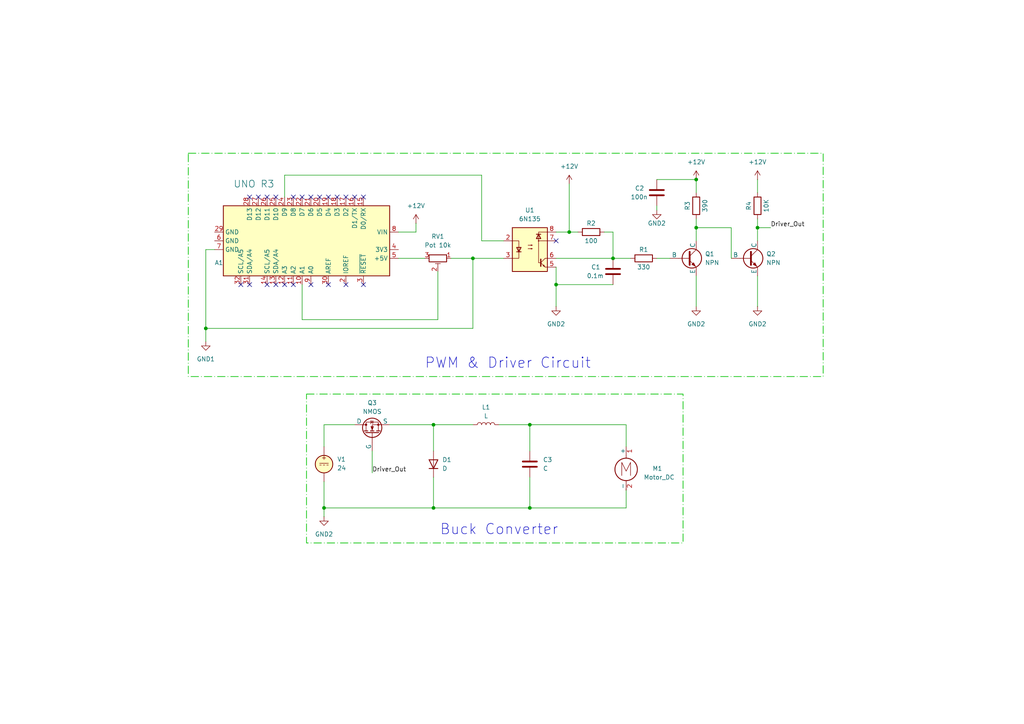
<source format=kicad_sch>
(kicad_sch (version 20231120) (generator "eeschema") (generator_version "8.0")
  (paper "A4")
  (lib_symbols
    (symbol "Device:C" (pin_numbers hide) (pin_names (offset 0.254))
      (property "Reference" "C" (at 0.635 2.54 0))
      (property "Value" "C" (at 0.635 -2.54 0))
      (symbol "C_0_1"
        (polyline (pts (xy -2.032 -0.762) (xy 2.032 -0.762)) (stroke (width 0.508)))
        (polyline (pts (xy -2.032 0.762) (xy 2.032 0.762)) (stroke (width 0.508)))
      )
      (symbol "C_1_1"
        (pin passive line (at 0 3.81 270) (length 2.794) (name "~") (number "1"))
        (pin passive line (at 0 -3.81 90) (length 2.794) (name "~") (number "2"))
      )
    )
    (symbol "Device:D" (pin_numbers hide) (pin_names (offset 1.016) hide)
      (property "Reference" "D" (at 0 2.54 0))
      (property "Value" "D" (at 0 -2.54 0))
      (symbol "D_0_1"
        (polyline (pts (xy -1.27 1.27) (xy -1.27 -1.27)) (stroke (width 0.254)))
        (polyline (pts (xy 1.27 0) (xy -1.27 0)))
        (polyline (pts (xy 1.27 1.27) (xy 1.27 -1.27) (xy -1.27 0) (xy 1.27 1.27)) (stroke (width 0.254)))
      )
      (symbol "D_1_1"
        (pin passive line (at -3.81 0 0) (length 2.54) (name "K") (number "1"))
        (pin passive line (at 3.81 0 180) (length 2.54) (name "A") (number "2"))
      )
    )
    (symbol "Device:L" (pin_numbers hide) (pin_names (offset 1.016) hide)
      (property "Reference" "L" (at -1.27 0 90))
      (property "Value" "L" (at 1.905 0 90))
      (symbol "L_0_1"
        (arc (start 0 -2.54) (mid 0.6323 -1.905) (end 0 -1.27))
        (arc (start 0 -1.27) (mid 0.6323 -0.635) (end 0 0))
        (arc (start 0 0) (mid 0.6323 0.635) (end 0 1.27))
        (arc (start 0 1.27) (mid 0.6323 1.905) (end 0 2.54))
      )
      (symbol "L_1_1"
        (pin passive line (at 0 3.81 270) (length 1.27) (name "1") (number "1"))
        (pin passive line (at 0 -3.81 90) (length 1.27) (name "2") (number "2"))
      )
    )
    (symbol "Device:R" (pin_numbers hide) (pin_names (offset 0))
      (property "Reference" "R" (at 2.032 0 90))
      (property "Value" "R" (at 0 0 90))
      (symbol "R_0_1"
        (rectangle (start -1.016 -2.54) (end 1.016 2.54) (stroke (width 0.254)))
      )
      (symbol "R_1_1"
        (pin passive line (at 0 3.81 270) (length 1.27) (name "~") (number "1"))
        (pin passive line (at 0 -3.81 90) (length 1.27) (name "~") (number "2"))
      )
    )
    (symbol "Device:R_Potentiometer_Trim" (pin_names (offset 1.016) hide)
      (property "Reference" "RV" (at -4.445 0 90))
      (property "Value" "R_Potentiometer_Trim" (at -2.54 0 90))
      (symbol "R_Potentiometer_Trim_0_1"
        (polyline (pts (xy 1.524 0.762) (xy 1.524 -0.762)))
        (polyline (pts (xy 2.54 0) (xy 1.524 0)))
        (rectangle (start 1.016 2.54) (end -1.016 -2.54) (stroke (width 0.254)))
      )
      (symbol "R_Potentiometer_Trim_1_1"
        (pin passive line (at 0 3.81 270) (length 1.27) (name "1") (number "1"))
        (pin passive line (at 3.81 0 180) (length 1.27) (name "2") (number "2"))
        (pin passive line (at 0 -3.81 90) (length 1.27) (name "3") (number "3"))
      )
    )
    (symbol "Isolator:6N135" (pin_names (offset 1.016))
      (property "Reference" "U" (at -5.08 7.62 0))
      (property "Value" "6N135" (at 0 7.62 0))
      (symbol "6N135_0_1"
        (rectangle (start -5.08 6.35) (end 5.08 -6.35) (stroke (width 0.254)) (fill (type background)))
        (polyline (pts (xy -3.81 -0.635) (xy -2.54 -0.635)) (stroke (width 0.254)))
        (polyline (pts (xy 1.905 4.445) (xy 3.175 4.445)) (stroke (width 0.254)))
        (polyline (pts (xy 3.175 -2.794) (xy 3.175 -4.826)) (stroke (width 0.3556)))
        (polyline (pts (xy 3.302 -3.937) (xy 4.445 -5.08)))
        (polyline (pts (xy 3.302 -3.683) (xy 4.445 -2.54)))
        (polyline (pts (xy 5.08 -5.08) (xy 4.445 -5.08)))
        (polyline (pts (xy 5.08 -2.54) (xy 4.445 -2.54)))
        (polyline (pts (xy 5.08 2.54) (xy 2.54 2.54)))
        (polyline (pts (xy -5.08 2.54) (xy -3.175 2.54) (xy -3.175 -2.54) (xy -5.08 -2.54)))
        (polyline (pts (xy -3.175 -0.635) (xy -3.81 0.635) (xy -2.54 0.635) (xy -3.175 -0.635)) (stroke (width 0.254)))
        (polyline (pts (xy 2.54 4.445) (xy 1.905 3.175) (xy 3.175 3.175) (xy 2.54 4.445)) (stroke (width 0.254)))
        (polyline (pts (xy 4.318 -4.953) (xy 4.064 -4.445) (xy 3.81 -4.699) (xy 4.318 -4.953)))
        (polyline (pts (xy 5.08 5.08) (xy 2.54 5.08) (xy 2.54 -3.81) (xy 3.175 -3.81)))
        (polyline (pts (xy -0.508 0.254) (xy 0.762 0.254) (xy 0.381 0.127) (xy 0.381 0.381) (xy 0.762 0.254)))
        (polyline (pts (xy -0.508 1.27) (xy 0.762 1.27) (xy 0.381 1.143) (xy 0.381 1.397) (xy 0.762 1.27)))
        (circle (center 2.54 2.54) (radius 0.127))
      )
      (symbol "6N135_1_1"
        (pin no_connect line (at -5.08 5.08 0) (length 2.54) hide (name "NC") (number "1"))
        (pin passive line (at -7.62 2.54 0) (length 2.54) (name "~") (number "2"))
        (pin passive line (at -7.62 -2.54 0) (length 2.54) (name "~") (number "3"))
        (pin no_connect line (at -5.08 -5.08 0) (length 2.54) hide (name "NC") (number "4"))
        (pin passive line (at 7.62 -5.08 180) (length 2.54) (name "~") (number "5"))
        (pin passive line (at 7.62 -2.54 180) (length 2.54) (name "~") (number "6"))
        (pin passive line (at 7.62 2.54 180) (length 2.54) (name "~") (number "7"))
        (pin passive line (at 7.62 5.08 180) (length 2.54) (name "~") (number "8"))
      )
    )
    (symbol "MCU_Module:Arduino_UNO_R3"
      (property "Reference" "A" (at -10.16 23.495 0))
      (property "Value" "Arduino_UNO_R3" (at 5.08 -26.67 0))
      (symbol "Arduino_UNO_R3_0_1"
        (rectangle (start -10.16 22.86) (end 10.16 -25.4) (stroke (width 0.254)) (fill (type background)))
      )
      (symbol "Arduino_UNO_R3_1_1"
        (pin no_connect line (at -10.16 -20.32 0) (length 2.54) hide (name "NC") (number "1"))
        (pin bidirectional line (at 12.7 -2.54 180) (length 2.54) (name "A1") (number "10"))
        (pin bidirectional line (at 12.7 -5.08 180) (length 2.54) (name "A2") (number "11"))
        (pin bidirectional line (at 12.7 -7.62 180) (length 2.54) (name "A3") (number "12"))
        (pin bidirectional line (at 12.7 -10.16 180) (length 2.54) (name "SDA/A4") (number "13"))
        (pin bidirectional line (at 12.7 -12.7 180) (length 2.54) (name "SCL/A5") (number "14"))
        (pin bidirectional line (at -12.7 15.24 0) (length 2.54) (name "D0/RX") (number "15"))
        (pin bidirectional line (at -12.7 12.7 0) (length 2.54) (name "D1/TX") (number "16"))
        (pin bidirectional line (at -12.7 10.16 0) (length 2.54) (name "D2") (number "17"))
        (pin bidirectional line (at -12.7 7.62 0) (length 2.54) (name "D3") (number "18"))
        (pin bidirectional line (at -12.7 5.08 0) (length 2.54) (name "D4") (number "19"))
        (pin output line (at 12.7 10.16 180) (length 2.54) (name "IOREF") (number "2"))
        (pin bidirectional line (at -12.7 2.54 0) (length 2.54) (name "D5") (number "20"))
        (pin bidirectional line (at -12.7 0 0) (length 2.54) (name "D6") (number "21"))
        (pin bidirectional line (at -12.7 -2.54 0) (length 2.54) (name "D7") (number "22"))
        (pin bidirectional line (at -12.7 -5.08 0) (length 2.54) (name "D8") (number "23"))
        (pin bidirectional line (at -12.7 -7.62 0) (length 2.54) (name "D9") (number "24"))
        (pin bidirectional line (at -12.7 -10.16 0) (length 2.54) (name "D10") (number "25"))
        (pin bidirectional line (at -12.7 -12.7 0) (length 2.54) (name "D11") (number "26"))
        (pin bidirectional line (at -12.7 -15.24 0) (length 2.54) (name "D12") (number "27"))
        (pin bidirectional line (at -12.7 -17.78 0) (length 2.54) (name "D13") (number "28"))
        (pin power_in line (at -2.54 -27.94 90) (length 2.54) (name "GND") (number "29"))
        (pin input line (at 12.7 15.24 180) (length 2.54) (name "~{RESET}") (number "3"))
        (pin input line (at 12.7 5.08 180) (length 2.54) (name "AREF") (number "30"))
        (pin bidirectional line (at 12.7 -17.78 180) (length 2.54) (name "SDA/A4") (number "31"))
        (pin bidirectional line (at 12.7 -20.32 180) (length 2.54) (name "SCL/A5") (number "32"))
        (pin power_out line (at 2.54 25.4 270) (length 2.54) (name "3V3") (number "4"))
        (pin power_out line (at 5.08 25.4 270) (length 2.54) (name "+5V") (number "5"))
        (pin power_in line (at 0 -27.94 90) (length 2.54) (name "GND") (number "6"))
        (pin power_in line (at 2.54 -27.94 90) (length 2.54) (name "GND") (number "7"))
        (pin power_in line (at -2.54 25.4 270) (length 2.54) (name "VIN") (number "8"))
        (pin bidirectional line (at 12.7 0 180) (length 2.54) (name "A0") (number "9"))
      )
    )
    (symbol "Motor:Motor_DC" (pin_names (offset 0))
      (property "Reference" "M" (at 2.54 2.54 0))
      (property "Value" "Motor_DC" (at 2.54 -5.08 0))
      (symbol "Motor_DC_0_0"
        (polyline (pts (xy -1.27 -3.302) (xy -1.27 0.508) (xy 0 -2.032) (xy 1.27 0.508) (xy 1.27 -3.302)))
      )
      (symbol "Motor_DC_0_1"
        (circle (center 0 -1.524) (radius 3.2512) (stroke (width 0.254)))
        (polyline (pts (xy 0 -7.62) (xy 0 -7.112)))
        (polyline (pts (xy 0 -4.7752) (xy 0 -5.1816)))
        (polyline (pts (xy 0 1.7272) (xy 0 2.0828)))
        (polyline (pts (xy 0 2.032) (xy 0 2.54)))
      )
      (symbol "Motor_DC_1_1"
        (pin passive line (at 0 5.08 270) (length 2.54) (name "+") (number "1"))
        (pin passive line (at 0 -7.62 90) (length 2.54) (name "-") (number "2"))
      )
    )
    (symbol "Simulation_SPICE:NMOS" (pin_numbers hide) (pin_names (offset 0))
      (property "Reference" "Q" (at 5.08 1.27 0))
      (property "Value" "NMOS" (at 5.08 -1.27 0))
      (symbol "NMOS_0_1"
        (polyline (pts (xy 0.254 0) (xy -2.54 0)))
        (polyline (pts (xy 0.254 1.905) (xy 0.254 -1.905)) (stroke (width 0.254)))
        (polyline (pts (xy 0.762 -1.27) (xy 0.762 -2.286)) (stroke (width 0.254)))
        (polyline (pts (xy 0.762 0.508) (xy 0.762 -0.508)) (stroke (width 0.254)))
        (polyline (pts (xy 0.762 2.286) (xy 0.762 1.27)) (stroke (width 0.254)))
        (polyline (pts (xy 2.54 2.54) (xy 2.54 1.778)))
        (polyline (pts (xy 2.54 -2.54) (xy 2.54 0) (xy 0.762 0)))
        (polyline (pts (xy 0.762 -1.778) (xy 3.302 -1.778) (xy 3.302 1.778) (xy 0.762 1.778)))
        (polyline (pts (xy 1.016 0) (xy 2.032 0.381) (xy 2.032 -0.381) (xy 1.016 0)) (fill (type outline)))
        (polyline (pts (xy 2.794 0.508) (xy 2.921 0.381) (xy 3.683 0.381) (xy 3.81 0.254)))
        (polyline (pts (xy 3.302 0.381) (xy 2.921 -0.254) (xy 3.683 -0.254) (xy 3.302 0.381)))
        (circle (center 1.651 0) (radius 2.794) (stroke (width 0.254)))
        (circle (center 2.54 -1.778) (radius 0.254) (fill (type outline)))
        (circle (center 2.54 1.778) (radius 0.254) (fill (type outline)))
      )
      (symbol "NMOS_1_1"
        (pin passive line (at 2.54 5.08 270) (length 2.54) (name "D") (number "1"))
        (pin input line (at -5.08 0 0) (length 2.54) (name "G") (number "2"))
        (pin passive line (at 2.54 -5.08 90) (length 2.54) (name "S") (number "3"))
      )
    )
    (symbol "Simulation_SPICE:NPN" (pin_numbers hide) (pin_names (offset 0))
      (property "Reference" "Q" (at -2.54 7.62 0))
      (property "Value" "NPN" (at -2.54 5.08 0))
      (symbol "NPN_0_1"
        (polyline (pts (xy -2.54 0) (xy 0.635 0)) (stroke (width 0.1524)))
        (polyline (pts (xy 0.635 0.635) (xy 2.54 2.54)))
        (polyline (pts (xy 2.794 -1.27) (xy 2.794 -1.27)) (stroke (width 0.1524)))
        (polyline (pts (xy 2.794 -1.27) (xy 2.794 -1.27)) (stroke (width 0.1524)))
        (polyline (pts (xy 0.635 -0.635) (xy 2.54 -2.54) (xy 2.54 -2.54)))
        (polyline (pts (xy 0.635 1.905) (xy 0.635 -1.905) (xy 0.635 -1.905)) (stroke (width 0.508)))
        (polyline (pts (xy 1.27 -1.778) (xy 1.778 -1.27) (xy 2.286 -2.286) (xy 1.27 -1.778) (xy 1.27 -1.778)) (fill (type outline)))
        (circle (center 1.27 0) (radius 2.8194) (stroke (width 0.254)))
      )
      (symbol "NPN_1_1"
        (pin open_collector line (at 2.54 5.08 270) (length 2.54) (name "C") (number "1"))
        (pin input line (at -5.08 0 0) (length 2.54) (name "B") (number "2"))
        (pin open_emitter line (at 2.54 -5.08 90) (length 2.54) (name "E") (number "3"))
      )
    )
    (symbol "Simulation_SPICE:VDC" (pin_numbers hide) (pin_names (offset 0.0254))
      (property "Reference" "V" (at 2.54 2.54 0))
      (property "Value" "1" (at 2.54 0 0))
      (symbol "VDC_0_0"
        (polyline (pts (xy -1.27 0.254) (xy 1.27 0.254)))
        (polyline (pts (xy -0.762 -0.254) (xy -1.27 -0.254)))
        (polyline (pts (xy 0.254 -0.254) (xy -0.254 -0.254)))
        (polyline (pts (xy 1.27 -0.254) (xy 0.762 -0.254)))
        (text "+" (at 0 1.905 0) (effects (font (size 1.27 1.27))))
      )
      (symbol "VDC_0_1"
        (circle (center 0 0) (radius 2.54) (stroke (width 0.254)) (fill (type background)))
      )
      (symbol "VDC_1_1"
        (pin passive line (at 0 5.08 270) (length 2.54) (name "~") (number "1"))
        (pin passive line (at 0 -5.08 90) (length 2.54) (name "~") (number "2"))
      )
    )
    (symbol "power:+12V" (power) (pin_numbers hide) (pin_names (offset 0) hide)
      (property "Value" "+12V" (at 0 3.556 0))
      (symbol "+12V_0_1"
        (polyline (pts (xy -0.762 1.27) (xy 0 2.54)))
        (polyline (pts (xy 0 0) (xy 0 2.54)))
        (polyline (pts (xy 0 2.54) (xy 0.762 1.27)))
      )
      (symbol "+12V_1_1"
        (pin power_in line (at 0 0 90) (length 0) (name "~") (number "1"))
      )
    )
    (symbol "power:GND1" (power) (pin_numbers hide) (pin_names (offset 0) hide)
      (property "Value" "GND1" (at 0 -3.81 0))
      (symbol "GND1_0_1"
        (polyline (pts (xy 0 0) (xy 0 -1.27) (xy 1.27 -1.27) (xy 0 -2.54) (xy -1.27 -1.27) (xy 0 -1.27)))
      )
      (symbol "GND1_1_1"
        (pin power_in line (at 0 0 270) (length 0) (name "~") (number "1"))
      )
    )
    (symbol "power:GND2" (power) (pin_numbers hide) (pin_names (offset 0) hide)
      (property "Value" "GND2" (at 0 -3.81 0))
      (symbol "GND2_0_1"
        (polyline (pts (xy 0 0) (xy 0 -1.27) (xy 1.27 -1.27) (xy 0 -2.54) (xy -1.27 -1.27) (xy 0 -1.27)))
      )
      (symbol "GND2_1_1"
        (pin power_in line (at 0 0 270) (length 0) (name "~") (number "1"))
      )
    )
  )
  (junction (at 153.67 123.19))
  (junction (at 93.98 147.32))
  (junction (at 219.71 66.04))
  (junction (at 125.73 147.32))
  (junction (at 137.16 74.93))
  (junction (at 153.67 147.32))
  (junction (at 125.73 123.19))
  (junction (at 201.93 52.07))
  (junction (at 201.93 66.04))
  (junction (at 165.1 67.31))
  (junction (at 59.69 95.25))
  (junction (at 177.8 74.93))
  (junction (at 161.29 82.55))
  (no_connect (at 82.55 82.55))
  (no_connect (at 95.25 57.15))
  (no_connect (at 72.39 82.55))
  (no_connect (at 74.93 57.15))
  (no_connect (at 105.41 82.55))
  (no_connect (at 80.01 57.15))
  (no_connect (at 105.41 57.15))
  (no_connect (at 80.01 82.55))
  (no_connect (at 100.33 57.15))
  (no_connect (at 90.17 82.55))
  (no_connect (at 72.39 57.15))
  (no_connect (at 69.85 82.55))
  (no_connect (at 77.47 82.55))
  (no_connect (at 90.17 57.15))
  (no_connect (at 97.79 57.15))
  (no_connect (at 77.47 57.15))
  (no_connect (at 85.09 82.55))
  (no_connect (at 92.71 57.15))
  (no_connect (at 100.33 82.55))
  (no_connect (at 87.63 57.15))
  (no_connect (at 102.87 57.15))
  (no_connect (at 85.09 57.15))
  (no_connect (at 95.25 82.55))
  (no_connect (at 161.29 69.85))
  (wire (pts (xy 161.29 77.47) (xy 161.29 82.55)))
  (wire (pts (xy 115.57 67.31) (xy 120.65 67.31)))
  (wire (pts (xy 120.65 67.31) (xy 120.65 64.77)))
  (wire (pts (xy 161.29 67.31) (xy 165.1 67.31)))
  (wire (pts (xy 59.69 72.39) (xy 59.69 95.25)))
  (wire (pts (xy 219.71 66.04) (xy 223.52 66.04)))
  (wire (pts (xy 165.1 53.34) (xy 165.1 67.31)))
  (wire (pts (xy 93.98 123.19) (xy 102.87 123.19)))
  (wire (pts (xy 82.55 50.8) (xy 139.7 50.8)))
  (wire (pts (xy 181.61 129.54) (xy 181.61 123.19)))
  (wire (pts (xy 181.61 142.24) (xy 181.61 147.32)))
  (wire (pts (xy 127 92.71) (xy 87.63 92.71)))
  (wire (pts (xy 161.29 82.55) (xy 161.29 88.9)))
  (wire (pts (xy 161.29 74.93) (xy 177.8 74.93)))
  (wire (pts (xy 153.67 123.19) (xy 153.67 130.81)))
  (wire (pts (xy 59.69 95.25) (xy 59.69 99.06)))
  (wire (pts (xy 161.29 82.55) (xy 177.8 82.55)))
  (wire (pts (xy 115.57 74.93) (xy 123.19 74.93)))
  (wire (pts (xy 212.09 66.04) (xy 201.93 66.04)))
  (wire (pts (xy 93.98 147.32) (xy 93.98 149.86)))
  (wire (pts (xy 177.8 74.93) (xy 182.88 74.93)))
  (wire (pts (xy 139.7 50.8) (xy 139.7 69.85)))
  (wire (pts (xy 107.95 130.81) (xy 107.95 137.16)))
  (wire (pts (xy 190.5 74.93) (xy 194.31 74.93)))
  (wire (pts (xy 201.93 52.07) (xy 201.93 55.88)))
  (wire (pts (xy 125.73 138.43) (xy 125.73 147.32)))
  (wire (pts (xy 177.8 67.31) (xy 175.26 67.31)))
  (wire (pts (xy 177.8 74.93) (xy 177.8 67.31)))
  (wire (pts (xy 181.61 123.19) (xy 153.67 123.19)))
  (wire (pts (xy 113.03 123.19) (xy 125.73 123.19)))
  (wire (pts (xy 219.71 52.07) (xy 219.71 55.88)))
  (wire (pts (xy 82.55 57.15) (xy 82.55 50.8)))
  (wire (pts (xy 125.73 123.19) (xy 125.73 130.81)))
  (wire (pts (xy 87.63 82.55) (xy 87.63 92.71)))
  (wire (pts (xy 212.09 74.93) (xy 212.09 66.04)))
  (wire (pts (xy 190.5 52.07) (xy 201.93 52.07)))
  (wire (pts (xy 130.81 74.93) (xy 137.16 74.93)))
  (wire (pts (xy 137.16 74.93) (xy 137.16 95.25)))
  (wire (pts (xy 93.98 139.7) (xy 93.98 147.32)))
  (wire (pts (xy 219.71 80.01) (xy 219.71 88.9)))
  (wire (pts (xy 125.73 123.19) (xy 137.16 123.19)))
  (wire (pts (xy 127 78.74) (xy 127 92.71)))
  (wire (pts (xy 146.05 74.93) (xy 137.16 74.93)))
  (wire (pts (xy 181.61 147.32) (xy 153.67 147.32)))
  (wire (pts (xy 201.93 63.5) (xy 201.93 66.04)))
  (wire (pts (xy 153.67 138.43) (xy 153.67 147.32)))
  (wire (pts (xy 62.23 72.39) (xy 59.69 72.39)))
  (wire (pts (xy 59.69 95.25) (xy 137.16 95.25)))
  (wire (pts (xy 153.67 147.32) (xy 125.73 147.32)))
  (wire (pts (xy 144.78 123.19) (xy 153.67 123.19)))
  (wire (pts (xy 219.71 63.5) (xy 219.71 66.04)))
  (wire (pts (xy 93.98 147.32) (xy 125.73 147.32)))
  (wire (pts (xy 139.7 69.85) (xy 146.05 69.85)))
  (wire (pts (xy 165.1 67.31) (xy 167.64 67.31)))
  (wire (pts (xy 219.71 66.04) (xy 219.71 69.85)))
  (wire (pts (xy 190.5 59.69) (xy 190.5 60.96)))
  (wire (pts (xy 201.93 80.01) (xy 201.93 88.9)))
  (wire (pts (xy 201.93 66.04) (xy 201.93 69.85)))
  (wire (pts (xy 93.98 129.54) (xy 93.98 123.19)))
  (rectangle (start 54.61 44.45) (end 238.76 109.22) (stroke (width 0.2) (type dash_dot) (color 0 194 0 1)))
  (rectangle (start 88.9 114.3) (end 198.12 157.48) (stroke (width 0.2) (type dash_dot) (color 0 194 0 1)))
  (text "Buck Converter\n" (at 144.78 153.67 0) (effects (font (size 3 3))))
  (text "PWM & Driver Circuit\n" (at 147.32 105.41 0) (effects (font (size 3 3))))
  (label "Driver_Out" (at 223.52 66.04 0))
  (label "Driver_Out" (at 107.95 137.16 0))
  (symbol (lib_id "power:GND2") (at 161.29 88.9 0) (unit 1)
    (property "Reference" "#PWR05" (effects (hide yes)))
    (property "Value" "GND2" (at 161.29 93.98 0))
    (property "Description" "Power symbol creates a global label with name \"GND2\" , ground" (effects (hide yes)))
  )
  (symbol (lib_id "Simulation_SPICE:NPN") (at 199.39 74.93 0) (unit 1)
    (property "Reference" "Q1" (at 204.47 73.6599 0) (effects (justify left)))
    (property "Value" "NPN" (at 204.47 76.1999 0) (effects (justify left)))
    (property "Datasheet" "https://ngspice.sourceforge.io/docs/ngspice-html-manual/manual.xhtml#cha_BJTs" (effects (hide yes)))
    (property "Description" "Bipolar transistor symbol for simulation only, substrate tied to the emitter" (effects (hide yes)))
    (property "Sim.Device" "NPN" (effects (hide yes)))
    (property "Sim.Type" "GUMMELPOON" (effects (hide yes)))
    (property "Sim.Pins" "1=C 2=B 3=E" (effects (hide yes)))
  )
  (symbol (lib_id "power:+12V") (at 165.1 53.34 0) (unit 1)
    (property "Reference" "#PWR02" (effects (hide yes)))
    (property "Value" "+12V" (at 165.1 48.26 0))
    (property "Description" "Power symbol creates a global label with name \"+12V\"" (effects (hide yes)))
  )
  (symbol (lib_id "Simulation_SPICE:NMOS") (at 107.95 125.73 90) (unit 1)
    (property "Reference" "Q3" (at 107.95 116.84 90))
    (property "Value" "NMOS" (at 107.95 119.38 90))
    (property "Datasheet" "https://ngspice.sourceforge.io/docs/ngspice-html-manual/manual.xhtml#cha_MOSFETs" (effects (hide yes)))
    (property "Description" "N-MOSFET transistor, drain/source/gate" (effects (hide yes)))
    (property "Sim.Device" "NMOS" (effects (hide yes)))
    (property "Sim.Type" "VDMOS" (effects (hide yes)))
    (property "Sim.Pins" "1=D 2=G 3=S" (effects (hide yes)))
  )
  (symbol (lib_id "Device:C") (at 153.67 134.62 0) (unit 1)
    (property "Reference" "C3" (at 157.48 133.3499 0) (effects (justify left)))
    (property "Value" "C" (at 157.48 135.8899 0) (effects (justify left)))
    (property "Description" "Unpolarized capacitor" (effects (hide yes)))
  )
  (symbol (lib_id "Device:R") (at 171.45 67.31 270) (unit 1)
    (property "Reference" "R2" (at 171.45 64.77 90))
    (property "Value" "100" (at 171.45 69.85 90))
    (property "Description" "Resistor" (effects (hide yes)))
  )
  (symbol (lib_id "Simulation_SPICE:VDC") (at 93.98 134.62 0) (unit 1)
    (property "Reference" "V1" (at 97.79 133.2201 0) (effects (justify left)))
    (property "Value" "24" (at 97.79 135.7601 0) (effects (justify left)))
    (property "Datasheet" "https://ngspice.sourceforge.io/docs/ngspice-html-manual/manual.xhtml#sec_Independent_Sources_for" (effects (hide yes)))
    (property "Description" "Voltage source, DC" (effects (hide yes)))
    (property "Sim.Pins" "1=+ 2=-" (effects (hide yes)))
    (property "Sim.Type" "DC" (effects (hide yes)))
    (property "Sim.Device" "V" (effects (hide yes)))
  )
  (symbol (lib_id "power:GND1") (at 59.69 99.06 0) (unit 1)
    (property "Reference" "#PWR04" (effects (hide yes)))
    (property "Value" "GND1" (at 59.69 104.14 0))
    (property "Description" "Power symbol creates a global label with name \"GND1\" , ground" (effects (hide yes)))
  )
  (symbol (lib_id "Device:D") (at 125.73 134.62 90) (unit 1)
    (property "Reference" "D1" (at 128.27 133.3499 90) (effects (justify right)))
    (property "Value" "D" (at 128.27 135.8899 90) (effects (justify right)))
    (property "Description" "Diode" (effects (hide yes)))
    (property "Sim.Device" "D" (effects (hide yes)))
    (property "Sim.Pins" "1=K 2=A" (effects (hide yes)))
  )
  (symbol (lib_id "power:+12V") (at 219.71 52.07 0) (unit 1)
    (property "Reference" "#PWR08" (effects (hide yes)))
    (property "Value" "+12V" (at 219.71 46.99 0))
    (property "Description" "Power symbol creates a global label with name \"+12V\"" (effects (hide yes)))
  )
  (symbol (lib_id "power:+12V") (at 120.65 64.77 0) (unit 1)
    (property "Reference" "#PWR01" (effects (hide yes)))
    (property "Value" "+12V" (at 120.65 59.69 0))
    (property "Description" "Power symbol creates a global label with name \"+12V\"" (effects (hide yes)))
  )
  (symbol (lib_id "power:GND2") (at 93.98 149.86 0) (unit 1)
    (property "Reference" "#PWR010" (effects (hide yes)))
    (property "Value" "GND2" (at 93.98 154.94 0))
    (property "Description" "Power symbol creates a global label with name \"GND2\" , ground" (effects (hide yes)))
  )
  (symbol (lib_id "Motor:Motor_DC") (at 181.61 134.62 0) (unit 1)
    (property "Reference" "M1" (at 189.23 135.89 0) (effects (justify left)))
    (property "Value" "Motor_DC" (at 186.69 138.4299 0) (effects (justify left)))
    (property "Description" "DC Motor" (effects (hide yes)))
  )
  (symbol (lib_id "Device:R") (at 201.93 59.69 180) (unit 1)
    (property "Reference" "R3" (at 199.39 59.69 90))
    (property "Value" "390" (at 204.47 59.69 90))
    (property "Description" "Resistor" (effects (hide yes)))
  )
  (symbol (lib_id "Simulation_SPICE:NPN") (at 217.17 74.93 0) (unit 1)
    (property "Reference" "Q2" (at 222.25 73.6599 0) (effects (justify left)))
    (property "Value" "NPN" (at 222.25 76.1999 0) (effects (justify left)))
    (property "Datasheet" "https://ngspice.sourceforge.io/docs/ngspice-html-manual/manual.xhtml#cha_BJTs" (effects (hide yes)))
    (property "Description" "Bipolar transistor symbol for simulation only, substrate tied to the emitter" (effects (hide yes)))
    (property "Sim.Device" "NPN" (effects (hide yes)))
    (property "Sim.Type" "GUMMELPOON" (effects (hide yes)))
    (property "Sim.Pins" "1=C 2=B 3=E" (effects (hide yes)))
  )
  (symbol (lib_id "power:GND2") (at 201.93 88.9 0) (unit 1)
    (property "Reference" "#PWR03" (effects (hide yes)))
    (property "Value" "GND2" (at 201.93 93.98 0))
    (property "Description" "Power symbol creates a global label with name \"GND2\" , ground" (effects (hide yes)))
  )
  (symbol (lib_id "Device:R") (at 219.71 59.69 180) (unit 1)
    (property "Reference" "R4" (at 217.17 59.69 90))
    (property "Value" "10K" (at 222.25 59.69 90))
    (property "Description" "Resistor" (effects (hide yes)))
  )
  (symbol (lib_id "Isolator:6N135") (at 153.67 72.39 0) (unit 1)
    (property "Reference" "U1" (at 153.67 60.96 0))
    (property "Value" "6N135" (at 153.67 63.5 0))
    (property "Footprint" "Package_DIP:DIP-8_W7.62mm" (effects (hide yes)))
    (property "Datasheet" "https://optoelectronics.liteon.com/upload/download/DS70-2008-0032/6N135-L%206N136-L%20series.pdf" (effects (hide yes)))
    (property "Description" "High Speed Optocoupler, TTL Compatible, CTR 18%, DIP8" (effects (hide yes)))
  )
  (symbol (lib_id "Device:C") (at 177.8 78.74 0) (unit 1)
    (property "Reference" "C1" (at 171.45 77.47 0) (effects (justify left)))
    (property "Value" "0.1m" (at 170.18 80.01 0) (effects (justify left)))
    (property "Description" "Unpolarized capacitor" (effects (hide yes)))
  )
  (symbol (lib_id "power:GND2") (at 190.5 60.96 0) (unit 1)
    (property "Reference" "#PWR09" (effects (hide yes)))
    (property "Value" "GND2" (at 190.5 64.77 0))
    (property "Description" "Power symbol creates a global label with name \"GND2\" , ground" (effects (hide yes)))
  )
  (symbol (lib_id "power:+12V") (at 201.93 52.07 0) (unit 1)
    (property "Reference" "#PWR07" (effects (hide yes)))
    (property "Value" "+12V" (at 201.93 46.99 0))
    (property "Description" "Power symbol creates a global label with name \"+12V\"" (effects (hide yes)))
  )
  (symbol (lib_id "Device:C") (at 190.5 55.88 0) (unit 1)
    (property "Reference" "C2" (at 184.15 54.61 0) (effects (justify left)))
    (property "Value" "100n" (at 182.88 57.15 0) (effects (justify left)))
    (property "Description" "Unpolarized capacitor" (effects (hide yes)))
  )
  (symbol (lib_id "MCU_Module:Arduino_UNO_R3") (at 90.17 69.85 270) (unit 1)
    (property "Reference" "A1" (at 63.5 76.2 90))
    (property "Value" "UNO R3" (at 73.66 53.34 90) (effects (font (size 2 2))))
    (property "Footprint" "Module:Arduino_UNO_R3" (effects (hide yes)))
    (property "Datasheet" "https://www.arduino.cc/en/Main/arduinoBoardUno" (effects (hide yes)))
    (property "Description" "Arduino UNO Microcontroller Module, release 3" (effects (hide yes)))
  )
  (symbol (lib_id "Device:R") (at 186.69 74.93 90) (unit 1)
    (property "Reference" "R1" (at 186.69 72.39 90))
    (property "Value" "330" (at 186.69 77.47 90))
    (property "Description" "Resistor" (effects (hide yes)))
  )
  (symbol (lib_id "Device:L") (at 140.97 123.19 90) (unit 1)
    (property "Reference" "L1" (at 140.97 118.11 90))
    (property "Value" "L" (at 140.97 120.65 90))
    (property "Description" "Inductor" (effects (hide yes)))
  )
  (symbol (lib_id "power:GND2") (at 219.71 88.9 0) (unit 1)
    (property "Reference" "#PWR06" (effects (hide yes)))
    (property "Value" "GND2" (at 219.71 93.98 0))
    (property "Description" "Power symbol creates a global label with name \"GND2\" , ground" (effects (hide yes)))
  )
  (symbol (lib_id "Device:R_Potentiometer_Trim") (at 127 74.93 270) (unit 1)
    (property "Reference" "RV1" (at 127 68.58 90))
    (property "Value" "Pot 10k" (at 127 71.12 90))
    (property "Description" "Trim-potentiometer" (effects (hide yes)))
  )
)
</source>
